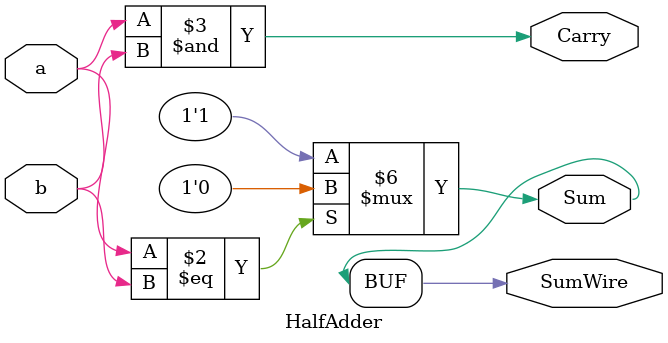
<source format=v>
/*Half Adder Structural Description - Alex Santilli*/

/*module HalfAdder(Carry, Sum, a, b);

	input a, b;
	output Carry, Sum;
	
	wire an, bn, abn, anb;
	
	not(an, a);
	not(bn, b);
	and(abn, a, bn);
	and(anb, an, b);
	or(Sum, abn, anb);
	and(Carry, a, b);


endmodule*/

/*Half Adder Behavioural Description (continuous assignment) - Alex Santilli*/

/*module HalfAdder(Carry, Sum, a, b);

	input a, b;
	output Sum, Carry;
	
	assign Sum = (~a & b) | (~b & a);
	assign Carry = (a & b);
	
endmodule*/

/*Half Adder Behavioural Description (Procedural assignment) - Alex Santilli*/

module HalfAdder(Carry, Sum, SumWire, a, b);

	input a, b;
	output SumWire;
	output reg Sum, Carry;
	wire CarryWire;
	
	always@(a, b) begin
	
		if(a == b)
			Sum = 0;
		else
			Sum = 1;
		
		Carry = (a & b);
		
	end 

	assign CarryWire = (a & b);
	assign SumWire = Sum;

endmodule

</source>
